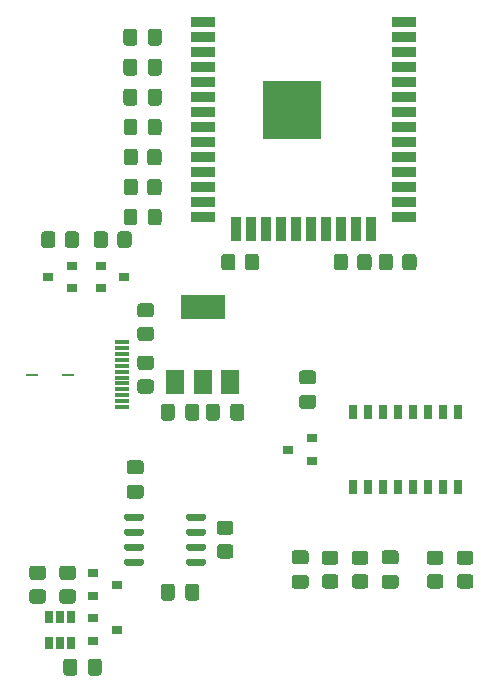
<source format=gbr>
%TF.GenerationSoftware,KiCad,Pcbnew,(5.1.10)-1*%
%TF.CreationDate,2021-12-14T17:34:47+01:00*%
%TF.ProjectId,SmartScale,536d6172-7453-4636-916c-652e6b696361,0.3*%
%TF.SameCoordinates,Original*%
%TF.FileFunction,Paste,Top*%
%TF.FilePolarity,Positive*%
%FSLAX46Y46*%
G04 Gerber Fmt 4.6, Leading zero omitted, Abs format (unit mm)*
G04 Created by KiCad (PCBNEW (5.1.10)-1) date 2021-12-14 17:34:47*
%MOMM*%
%LPD*%
G01*
G04 APERTURE LIST*
%ADD10R,1.000000X0.200000*%
%ADD11R,1.200000X0.300000*%
%ADD12R,0.900000X0.800000*%
%ADD13R,2.000000X0.900000*%
%ADD14R,0.900000X2.000000*%
%ADD15R,5.000000X5.000000*%
%ADD16R,0.800000X1.300000*%
%ADD17R,1.500000X2.000000*%
%ADD18R,3.800000X2.000000*%
%ADD19R,0.650000X1.060000*%
G04 APERTURE END LIST*
D10*
%TO.C,IC2*%
X140475000Y-121285000D03*
X143575000Y-121285000D03*
D11*
X148155000Y-124035000D03*
X148155000Y-123535000D03*
X148155000Y-123035000D03*
X148155000Y-122535000D03*
X148155000Y-122035000D03*
X148155000Y-121535000D03*
X148155000Y-121035000D03*
X148155000Y-120535000D03*
X148155000Y-120035000D03*
X148155000Y-119535000D03*
X148155000Y-119035000D03*
X148155000Y-118535000D03*
%TD*%
D12*
%TO.C,Q4*%
X147685000Y-142875000D03*
X145685000Y-143825000D03*
X145685000Y-141925000D03*
%TD*%
%TO.C,Q3*%
X147685000Y-139065000D03*
X145685000Y-140015000D03*
X145685000Y-138115000D03*
%TD*%
D13*
%TO.C,U1*%
X171980000Y-91415000D03*
X171980000Y-92685000D03*
X171980000Y-93955000D03*
X171980000Y-95225000D03*
X171980000Y-96495000D03*
X171980000Y-97765000D03*
X171980000Y-99035000D03*
X171980000Y-100305000D03*
X171980000Y-101575000D03*
X171980000Y-102845000D03*
X171980000Y-104115000D03*
X171980000Y-105385000D03*
X171980000Y-106655000D03*
X171980000Y-107925000D03*
D14*
X169195000Y-108925000D03*
X167925000Y-108925000D03*
X166655000Y-108925000D03*
X165385000Y-108925000D03*
X164115000Y-108925000D03*
X162845000Y-108925000D03*
X161575000Y-108925000D03*
X160305000Y-108925000D03*
X159035000Y-108925000D03*
X157765000Y-108925000D03*
D13*
X154980000Y-107925000D03*
X154980000Y-106655000D03*
X154980000Y-105385000D03*
X154980000Y-104115000D03*
X154980000Y-102845000D03*
X154980000Y-101575000D03*
X154980000Y-100305000D03*
X154980000Y-99035000D03*
X154980000Y-97765000D03*
X154980000Y-96495000D03*
X154980000Y-95225000D03*
X154980000Y-93955000D03*
X154980000Y-92685000D03*
X154980000Y-91415000D03*
D15*
X162480000Y-98915000D03*
%TD*%
%TO.C,U2*%
G36*
G01*
X149965000Y-137010000D02*
X149965000Y-137310000D01*
G75*
G02*
X149815000Y-137460000I-150000J0D01*
G01*
X148465000Y-137460000D01*
G75*
G02*
X148315000Y-137310000I0J150000D01*
G01*
X148315000Y-137010000D01*
G75*
G02*
X148465000Y-136860000I150000J0D01*
G01*
X149815000Y-136860000D01*
G75*
G02*
X149965000Y-137010000I0J-150000D01*
G01*
G37*
G36*
G01*
X149965000Y-135740000D02*
X149965000Y-136040000D01*
G75*
G02*
X149815000Y-136190000I-150000J0D01*
G01*
X148465000Y-136190000D01*
G75*
G02*
X148315000Y-136040000I0J150000D01*
G01*
X148315000Y-135740000D01*
G75*
G02*
X148465000Y-135590000I150000J0D01*
G01*
X149815000Y-135590000D01*
G75*
G02*
X149965000Y-135740000I0J-150000D01*
G01*
G37*
G36*
G01*
X149965000Y-134470000D02*
X149965000Y-134770000D01*
G75*
G02*
X149815000Y-134920000I-150000J0D01*
G01*
X148465000Y-134920000D01*
G75*
G02*
X148315000Y-134770000I0J150000D01*
G01*
X148315000Y-134470000D01*
G75*
G02*
X148465000Y-134320000I150000J0D01*
G01*
X149815000Y-134320000D01*
G75*
G02*
X149965000Y-134470000I0J-150000D01*
G01*
G37*
G36*
G01*
X149965000Y-133200000D02*
X149965000Y-133500000D01*
G75*
G02*
X149815000Y-133650000I-150000J0D01*
G01*
X148465000Y-133650000D01*
G75*
G02*
X148315000Y-133500000I0J150000D01*
G01*
X148315000Y-133200000D01*
G75*
G02*
X148465000Y-133050000I150000J0D01*
G01*
X149815000Y-133050000D01*
G75*
G02*
X149965000Y-133200000I0J-150000D01*
G01*
G37*
G36*
G01*
X155215000Y-133200000D02*
X155215000Y-133500000D01*
G75*
G02*
X155065000Y-133650000I-150000J0D01*
G01*
X153715000Y-133650000D01*
G75*
G02*
X153565000Y-133500000I0J150000D01*
G01*
X153565000Y-133200000D01*
G75*
G02*
X153715000Y-133050000I150000J0D01*
G01*
X155065000Y-133050000D01*
G75*
G02*
X155215000Y-133200000I0J-150000D01*
G01*
G37*
G36*
G01*
X155215000Y-134470000D02*
X155215000Y-134770000D01*
G75*
G02*
X155065000Y-134920000I-150000J0D01*
G01*
X153715000Y-134920000D01*
G75*
G02*
X153565000Y-134770000I0J150000D01*
G01*
X153565000Y-134470000D01*
G75*
G02*
X153715000Y-134320000I150000J0D01*
G01*
X155065000Y-134320000D01*
G75*
G02*
X155215000Y-134470000I0J-150000D01*
G01*
G37*
G36*
G01*
X155215000Y-135740000D02*
X155215000Y-136040000D01*
G75*
G02*
X155065000Y-136190000I-150000J0D01*
G01*
X153715000Y-136190000D01*
G75*
G02*
X153565000Y-136040000I0J150000D01*
G01*
X153565000Y-135740000D01*
G75*
G02*
X153715000Y-135590000I150000J0D01*
G01*
X155065000Y-135590000D01*
G75*
G02*
X155215000Y-135740000I0J-150000D01*
G01*
G37*
G36*
G01*
X155215000Y-137010000D02*
X155215000Y-137310000D01*
G75*
G02*
X155065000Y-137460000I-150000J0D01*
G01*
X153715000Y-137460000D01*
G75*
G02*
X153565000Y-137310000I0J150000D01*
G01*
X153565000Y-137010000D01*
G75*
G02*
X153715000Y-136860000I150000J0D01*
G01*
X155065000Y-136860000D01*
G75*
G02*
X155215000Y-137010000I0J-150000D01*
G01*
G37*
%TD*%
%TO.C,R7*%
G36*
G01*
X157295001Y-134855000D02*
X156394999Y-134855000D01*
G75*
G02*
X156145000Y-134605001I0J249999D01*
G01*
X156145000Y-133904999D01*
G75*
G02*
X156394999Y-133655000I249999J0D01*
G01*
X157295001Y-133655000D01*
G75*
G02*
X157545000Y-133904999I0J-249999D01*
G01*
X157545000Y-134605001D01*
G75*
G02*
X157295001Y-134855000I-249999J0D01*
G01*
G37*
G36*
G01*
X157295001Y-136855000D02*
X156394999Y-136855000D01*
G75*
G02*
X156145000Y-136605001I0J249999D01*
G01*
X156145000Y-135904999D01*
G75*
G02*
X156394999Y-135655000I249999J0D01*
G01*
X157295001Y-135655000D01*
G75*
G02*
X157545000Y-135904999I0J-249999D01*
G01*
X157545000Y-136605001D01*
G75*
G02*
X157295001Y-136855000I-249999J0D01*
G01*
G37*
%TD*%
%TO.C,R2*%
G36*
G01*
X144475000Y-109404999D02*
X144475000Y-110305001D01*
G75*
G02*
X144225001Y-110555000I-249999J0D01*
G01*
X143524999Y-110555000D01*
G75*
G02*
X143275000Y-110305001I0J249999D01*
G01*
X143275000Y-109404999D01*
G75*
G02*
X143524999Y-109155000I249999J0D01*
G01*
X144225001Y-109155000D01*
G75*
G02*
X144475000Y-109404999I0J-249999D01*
G01*
G37*
G36*
G01*
X142475000Y-109404999D02*
X142475000Y-110305001D01*
G75*
G02*
X142225001Y-110555000I-249999J0D01*
G01*
X141524999Y-110555000D01*
G75*
G02*
X141275000Y-110305001I0J249999D01*
G01*
X141275000Y-109404999D01*
G75*
G02*
X141524999Y-109155000I249999J0D01*
G01*
X142225001Y-109155000D01*
G75*
G02*
X142475000Y-109404999I0J-249999D01*
G01*
G37*
%TD*%
%TO.C,R1*%
G36*
G01*
X148920000Y-109404999D02*
X148920000Y-110305001D01*
G75*
G02*
X148670001Y-110555000I-249999J0D01*
G01*
X147969999Y-110555000D01*
G75*
G02*
X147720000Y-110305001I0J249999D01*
G01*
X147720000Y-109404999D01*
G75*
G02*
X147969999Y-109155000I249999J0D01*
G01*
X148670001Y-109155000D01*
G75*
G02*
X148920000Y-109404999I0J-249999D01*
G01*
G37*
G36*
G01*
X146920000Y-109404999D02*
X146920000Y-110305001D01*
G75*
G02*
X146670001Y-110555000I-249999J0D01*
G01*
X145969999Y-110555000D01*
G75*
G02*
X145720000Y-110305001I0J249999D01*
G01*
X145720000Y-109404999D01*
G75*
G02*
X145969999Y-109155000I249999J0D01*
G01*
X146670001Y-109155000D01*
G75*
G02*
X146920000Y-109404999I0J-249999D01*
G01*
G37*
%TD*%
%TO.C,C6*%
G36*
G01*
X148750000Y-130625000D02*
X149700000Y-130625000D01*
G75*
G02*
X149950000Y-130875000I0J-250000D01*
G01*
X149950000Y-131550000D01*
G75*
G02*
X149700000Y-131800000I-250000J0D01*
G01*
X148750000Y-131800000D01*
G75*
G02*
X148500000Y-131550000I0J250000D01*
G01*
X148500000Y-130875000D01*
G75*
G02*
X148750000Y-130625000I250000J0D01*
G01*
G37*
G36*
G01*
X148750000Y-128550000D02*
X149700000Y-128550000D01*
G75*
G02*
X149950000Y-128800000I0J-250000D01*
G01*
X149950000Y-129475000D01*
G75*
G02*
X149700000Y-129725000I-250000J0D01*
G01*
X148750000Y-129725000D01*
G75*
G02*
X148500000Y-129475000I0J250000D01*
G01*
X148500000Y-128800000D01*
G75*
G02*
X148750000Y-128550000I250000J0D01*
G01*
G37*
%TD*%
%TO.C,C5*%
G36*
G01*
X152585000Y-139225000D02*
X152585000Y-140175000D01*
G75*
G02*
X152335000Y-140425000I-250000J0D01*
G01*
X151660000Y-140425000D01*
G75*
G02*
X151410000Y-140175000I0J250000D01*
G01*
X151410000Y-139225000D01*
G75*
G02*
X151660000Y-138975000I250000J0D01*
G01*
X152335000Y-138975000D01*
G75*
G02*
X152585000Y-139225000I0J-250000D01*
G01*
G37*
G36*
G01*
X154660000Y-139225000D02*
X154660000Y-140175000D01*
G75*
G02*
X154410000Y-140425000I-250000J0D01*
G01*
X153735000Y-140425000D01*
G75*
G02*
X153485000Y-140175000I0J250000D01*
G01*
X153485000Y-139225000D01*
G75*
G02*
X153735000Y-138975000I250000J0D01*
G01*
X154410000Y-138975000D01*
G75*
G02*
X154660000Y-139225000I0J-250000D01*
G01*
G37*
%TD*%
D12*
%TO.C,Q2*%
X143875000Y-113980000D03*
X143875000Y-112080000D03*
X141875000Y-113030000D03*
%TD*%
%TO.C,Q1*%
X146320000Y-112080000D03*
X146320000Y-113980000D03*
X148320000Y-113030000D03*
%TD*%
%TO.C,C7*%
G36*
G01*
X149410000Y-107499999D02*
X149410000Y-108400001D01*
G75*
G02*
X149160001Y-108650000I-249999J0D01*
G01*
X148509999Y-108650000D01*
G75*
G02*
X148260000Y-108400001I0J249999D01*
G01*
X148260000Y-107499999D01*
G75*
G02*
X148509999Y-107250000I249999J0D01*
G01*
X149160001Y-107250000D01*
G75*
G02*
X149410000Y-107499999I0J-249999D01*
G01*
G37*
G36*
G01*
X151460000Y-107499999D02*
X151460000Y-108400001D01*
G75*
G02*
X151210001Y-108650000I-249999J0D01*
G01*
X150559999Y-108650000D01*
G75*
G02*
X150310000Y-108400001I0J249999D01*
G01*
X150310000Y-107499999D01*
G75*
G02*
X150559999Y-107250000I249999J0D01*
G01*
X151210001Y-107250000D01*
G75*
G02*
X151460000Y-107499999I0J-249999D01*
G01*
G37*
%TD*%
%TO.C,C4*%
G36*
G01*
X149410000Y-99879999D02*
X149410000Y-100780001D01*
G75*
G02*
X149160001Y-101030000I-249999J0D01*
G01*
X148509999Y-101030000D01*
G75*
G02*
X148260000Y-100780001I0J249999D01*
G01*
X148260000Y-99879999D01*
G75*
G02*
X148509999Y-99630000I249999J0D01*
G01*
X149160001Y-99630000D01*
G75*
G02*
X149410000Y-99879999I0J-249999D01*
G01*
G37*
G36*
G01*
X151460000Y-99879999D02*
X151460000Y-100780001D01*
G75*
G02*
X151210001Y-101030000I-249999J0D01*
G01*
X150559999Y-101030000D01*
G75*
G02*
X150310000Y-100780001I0J249999D01*
G01*
X150310000Y-99879999D01*
G75*
G02*
X150559999Y-99630000I249999J0D01*
G01*
X151210001Y-99630000D01*
G75*
G02*
X151460000Y-99879999I0J-249999D01*
G01*
G37*
%TD*%
%TO.C,R5*%
G36*
G01*
X150564001Y-116440000D02*
X149663999Y-116440000D01*
G75*
G02*
X149414000Y-116190001I0J249999D01*
G01*
X149414000Y-115489999D01*
G75*
G02*
X149663999Y-115240000I249999J0D01*
G01*
X150564001Y-115240000D01*
G75*
G02*
X150814000Y-115489999I0J-249999D01*
G01*
X150814000Y-116190001D01*
G75*
G02*
X150564001Y-116440000I-249999J0D01*
G01*
G37*
G36*
G01*
X150564001Y-118440000D02*
X149663999Y-118440000D01*
G75*
G02*
X149414000Y-118190001I0J249999D01*
G01*
X149414000Y-117489999D01*
G75*
G02*
X149663999Y-117240000I249999J0D01*
G01*
X150564001Y-117240000D01*
G75*
G02*
X150814000Y-117489999I0J-249999D01*
G01*
X150814000Y-118190001D01*
G75*
G02*
X150564001Y-118440000I-249999J0D01*
G01*
G37*
%TD*%
%TO.C,R4*%
G36*
G01*
X149663999Y-121685000D02*
X150564001Y-121685000D01*
G75*
G02*
X150814000Y-121934999I0J-249999D01*
G01*
X150814000Y-122635001D01*
G75*
G02*
X150564001Y-122885000I-249999J0D01*
G01*
X149663999Y-122885000D01*
G75*
G02*
X149414000Y-122635001I0J249999D01*
G01*
X149414000Y-121934999D01*
G75*
G02*
X149663999Y-121685000I249999J0D01*
G01*
G37*
G36*
G01*
X149663999Y-119685000D02*
X150564001Y-119685000D01*
G75*
G02*
X150814000Y-119934999I0J-249999D01*
G01*
X150814000Y-120635001D01*
G75*
G02*
X150564001Y-120885000I-249999J0D01*
G01*
X149663999Y-120885000D01*
G75*
G02*
X149414000Y-120635001I0J249999D01*
G01*
X149414000Y-119934999D01*
G75*
G02*
X149663999Y-119685000I249999J0D01*
G01*
G37*
%TD*%
%TO.C,R6*%
G36*
G01*
X157715000Y-111309999D02*
X157715000Y-112210001D01*
G75*
G02*
X157465001Y-112460000I-249999J0D01*
G01*
X156764999Y-112460000D01*
G75*
G02*
X156515000Y-112210001I0J249999D01*
G01*
X156515000Y-111309999D01*
G75*
G02*
X156764999Y-111060000I249999J0D01*
G01*
X157465001Y-111060000D01*
G75*
G02*
X157715000Y-111309999I0J-249999D01*
G01*
G37*
G36*
G01*
X159715000Y-111309999D02*
X159715000Y-112210001D01*
G75*
G02*
X159465001Y-112460000I-249999J0D01*
G01*
X158764999Y-112460000D01*
G75*
G02*
X158515000Y-112210001I0J249999D01*
G01*
X158515000Y-111309999D01*
G75*
G02*
X158764999Y-111060000I249999J0D01*
G01*
X159465001Y-111060000D01*
G75*
G02*
X159715000Y-111309999I0J-249999D01*
G01*
G37*
%TD*%
%TO.C,R14*%
G36*
G01*
X169240000Y-111309999D02*
X169240000Y-112210001D01*
G75*
G02*
X168990001Y-112460000I-249999J0D01*
G01*
X168289999Y-112460000D01*
G75*
G02*
X168040000Y-112210001I0J249999D01*
G01*
X168040000Y-111309999D01*
G75*
G02*
X168289999Y-111060000I249999J0D01*
G01*
X168990001Y-111060000D01*
G75*
G02*
X169240000Y-111309999I0J-249999D01*
G01*
G37*
G36*
G01*
X167240000Y-111309999D02*
X167240000Y-112210001D01*
G75*
G02*
X166990001Y-112460000I-249999J0D01*
G01*
X166289999Y-112460000D01*
G75*
G02*
X166040000Y-112210001I0J249999D01*
G01*
X166040000Y-111309999D01*
G75*
G02*
X166289999Y-111060000I249999J0D01*
G01*
X166990001Y-111060000D01*
G75*
G02*
X167240000Y-111309999I0J-249999D01*
G01*
G37*
%TD*%
%TO.C,R13*%
G36*
G01*
X171050000Y-111309999D02*
X171050000Y-112210001D01*
G75*
G02*
X170800001Y-112460000I-249999J0D01*
G01*
X170099999Y-112460000D01*
G75*
G02*
X169850000Y-112210001I0J249999D01*
G01*
X169850000Y-111309999D01*
G75*
G02*
X170099999Y-111060000I249999J0D01*
G01*
X170800001Y-111060000D01*
G75*
G02*
X171050000Y-111309999I0J-249999D01*
G01*
G37*
G36*
G01*
X173050000Y-111309999D02*
X173050000Y-112210001D01*
G75*
G02*
X172800001Y-112460000I-249999J0D01*
G01*
X172099999Y-112460000D01*
G75*
G02*
X171850000Y-112210001I0J249999D01*
G01*
X171850000Y-111309999D01*
G75*
G02*
X172099999Y-111060000I249999J0D01*
G01*
X172800001Y-111060000D01*
G75*
G02*
X173050000Y-111309999I0J-249999D01*
G01*
G37*
%TD*%
%TO.C,R12*%
G36*
G01*
X140519999Y-137465000D02*
X141420001Y-137465000D01*
G75*
G02*
X141670000Y-137714999I0J-249999D01*
G01*
X141670000Y-138415001D01*
G75*
G02*
X141420001Y-138665000I-249999J0D01*
G01*
X140519999Y-138665000D01*
G75*
G02*
X140270000Y-138415001I0J249999D01*
G01*
X140270000Y-137714999D01*
G75*
G02*
X140519999Y-137465000I249999J0D01*
G01*
G37*
G36*
G01*
X140519999Y-139465000D02*
X141420001Y-139465000D01*
G75*
G02*
X141670000Y-139714999I0J-249999D01*
G01*
X141670000Y-140415001D01*
G75*
G02*
X141420001Y-140665000I-249999J0D01*
G01*
X140519999Y-140665000D01*
G75*
G02*
X140270000Y-140415001I0J249999D01*
G01*
X140270000Y-139714999D01*
G75*
G02*
X140519999Y-139465000I249999J0D01*
G01*
G37*
%TD*%
%TO.C,R9*%
G36*
G01*
X143059999Y-137465000D02*
X143960001Y-137465000D01*
G75*
G02*
X144210000Y-137714999I0J-249999D01*
G01*
X144210000Y-138415001D01*
G75*
G02*
X143960001Y-138665000I-249999J0D01*
G01*
X143059999Y-138665000D01*
G75*
G02*
X142810000Y-138415001I0J249999D01*
G01*
X142810000Y-137714999D01*
G75*
G02*
X143059999Y-137465000I249999J0D01*
G01*
G37*
G36*
G01*
X143059999Y-139465000D02*
X143960001Y-139465000D01*
G75*
G02*
X144210000Y-139714999I0J-249999D01*
G01*
X144210000Y-140415001D01*
G75*
G02*
X143960001Y-140665000I-249999J0D01*
G01*
X143059999Y-140665000D01*
G75*
G02*
X142810000Y-140415001I0J249999D01*
G01*
X142810000Y-139714999D01*
G75*
G02*
X143059999Y-139465000I249999J0D01*
G01*
G37*
%TD*%
%TO.C,R8*%
G36*
G01*
X150260000Y-105860001D02*
X150260000Y-104959999D01*
G75*
G02*
X150509999Y-104710000I249999J0D01*
G01*
X151210001Y-104710000D01*
G75*
G02*
X151460000Y-104959999I0J-249999D01*
G01*
X151460000Y-105860001D01*
G75*
G02*
X151210001Y-106110000I-249999J0D01*
G01*
X150509999Y-106110000D01*
G75*
G02*
X150260000Y-105860001I0J249999D01*
G01*
G37*
G36*
G01*
X148260000Y-105860001D02*
X148260000Y-104959999D01*
G75*
G02*
X148509999Y-104710000I249999J0D01*
G01*
X149210001Y-104710000D01*
G75*
G02*
X149460000Y-104959999I0J-249999D01*
G01*
X149460000Y-105860001D01*
G75*
G02*
X149210001Y-106110000I-249999J0D01*
G01*
X148509999Y-106110000D01*
G75*
G02*
X148260000Y-105860001I0J249999D01*
G01*
G37*
%TD*%
%TO.C,R3*%
G36*
G01*
X150260000Y-103320001D02*
X150260000Y-102419999D01*
G75*
G02*
X150509999Y-102170000I249999J0D01*
G01*
X151210001Y-102170000D01*
G75*
G02*
X151460000Y-102419999I0J-249999D01*
G01*
X151460000Y-103320001D01*
G75*
G02*
X151210001Y-103570000I-249999J0D01*
G01*
X150509999Y-103570000D01*
G75*
G02*
X150260000Y-103320001I0J249999D01*
G01*
G37*
G36*
G01*
X148260000Y-103320001D02*
X148260000Y-102419999D01*
G75*
G02*
X148509999Y-102170000I249999J0D01*
G01*
X149210001Y-102170000D01*
G75*
G02*
X149460000Y-102419999I0J-249999D01*
G01*
X149460000Y-103320001D01*
G75*
G02*
X149210001Y-103570000I-249999J0D01*
G01*
X148509999Y-103570000D01*
G75*
G02*
X148260000Y-103320001I0J249999D01*
G01*
G37*
%TD*%
%TO.C,R16*%
G36*
G01*
X168725001Y-137395000D02*
X167824999Y-137395000D01*
G75*
G02*
X167575000Y-137145001I0J249999D01*
G01*
X167575000Y-136444999D01*
G75*
G02*
X167824999Y-136195000I249999J0D01*
G01*
X168725001Y-136195000D01*
G75*
G02*
X168975000Y-136444999I0J-249999D01*
G01*
X168975000Y-137145001D01*
G75*
G02*
X168725001Y-137395000I-249999J0D01*
G01*
G37*
G36*
G01*
X168725001Y-139395000D02*
X167824999Y-139395000D01*
G75*
G02*
X167575000Y-139145001I0J249999D01*
G01*
X167575000Y-138444999D01*
G75*
G02*
X167824999Y-138195000I249999J0D01*
G01*
X168725001Y-138195000D01*
G75*
G02*
X168975000Y-138444999I0J-249999D01*
G01*
X168975000Y-139145001D01*
G75*
G02*
X168725001Y-139395000I-249999J0D01*
G01*
G37*
%TD*%
%TO.C,R15*%
G36*
G01*
X166185001Y-137395000D02*
X165284999Y-137395000D01*
G75*
G02*
X165035000Y-137145001I0J249999D01*
G01*
X165035000Y-136444999D01*
G75*
G02*
X165284999Y-136195000I249999J0D01*
G01*
X166185001Y-136195000D01*
G75*
G02*
X166435000Y-136444999I0J-249999D01*
G01*
X166435000Y-137145001D01*
G75*
G02*
X166185001Y-137395000I-249999J0D01*
G01*
G37*
G36*
G01*
X166185001Y-139395000D02*
X165284999Y-139395000D01*
G75*
G02*
X165035000Y-139145001I0J249999D01*
G01*
X165035000Y-138444999D01*
G75*
G02*
X165284999Y-138195000I249999J0D01*
G01*
X166185001Y-138195000D01*
G75*
G02*
X166435000Y-138444999I0J-249999D01*
G01*
X166435000Y-139145001D01*
G75*
G02*
X166185001Y-139395000I-249999J0D01*
G01*
G37*
%TD*%
%TO.C,R11*%
G36*
G01*
X175075001Y-137395000D02*
X174174999Y-137395000D01*
G75*
G02*
X173925000Y-137145001I0J249999D01*
G01*
X173925000Y-136444999D01*
G75*
G02*
X174174999Y-136195000I249999J0D01*
G01*
X175075001Y-136195000D01*
G75*
G02*
X175325000Y-136444999I0J-249999D01*
G01*
X175325000Y-137145001D01*
G75*
G02*
X175075001Y-137395000I-249999J0D01*
G01*
G37*
G36*
G01*
X175075001Y-139395000D02*
X174174999Y-139395000D01*
G75*
G02*
X173925000Y-139145001I0J249999D01*
G01*
X173925000Y-138444999D01*
G75*
G02*
X174174999Y-138195000I249999J0D01*
G01*
X175075001Y-138195000D01*
G75*
G02*
X175325000Y-138444999I0J-249999D01*
G01*
X175325000Y-139145001D01*
G75*
G02*
X175075001Y-139395000I-249999J0D01*
G01*
G37*
%TD*%
%TO.C,R10*%
G36*
G01*
X177615001Y-137395000D02*
X176714999Y-137395000D01*
G75*
G02*
X176465000Y-137145001I0J249999D01*
G01*
X176465000Y-136444999D01*
G75*
G02*
X176714999Y-136195000I249999J0D01*
G01*
X177615001Y-136195000D01*
G75*
G02*
X177865000Y-136444999I0J-249999D01*
G01*
X177865000Y-137145001D01*
G75*
G02*
X177615001Y-137395000I-249999J0D01*
G01*
G37*
G36*
G01*
X177615001Y-139395000D02*
X176714999Y-139395000D01*
G75*
G02*
X176465000Y-139145001I0J249999D01*
G01*
X176465000Y-138444999D01*
G75*
G02*
X176714999Y-138195000I249999J0D01*
G01*
X177615001Y-138195000D01*
G75*
G02*
X177865000Y-138444999I0J-249999D01*
G01*
X177865000Y-139145001D01*
G75*
G02*
X177615001Y-139395000I-249999J0D01*
G01*
G37*
%TD*%
%TO.C,C3*%
G36*
G01*
X150310000Y-98265000D02*
X150310000Y-97315000D01*
G75*
G02*
X150560000Y-97065000I250000J0D01*
G01*
X151235000Y-97065000D01*
G75*
G02*
X151485000Y-97315000I0J-250000D01*
G01*
X151485000Y-98265000D01*
G75*
G02*
X151235000Y-98515000I-250000J0D01*
G01*
X150560000Y-98515000D01*
G75*
G02*
X150310000Y-98265000I0J250000D01*
G01*
G37*
G36*
G01*
X148235000Y-98265000D02*
X148235000Y-97315000D01*
G75*
G02*
X148485000Y-97065000I250000J0D01*
G01*
X149160000Y-97065000D01*
G75*
G02*
X149410000Y-97315000I0J-250000D01*
G01*
X149410000Y-98265000D01*
G75*
G02*
X149160000Y-98515000I-250000J0D01*
G01*
X148485000Y-98515000D01*
G75*
G02*
X148235000Y-98265000I0J250000D01*
G01*
G37*
%TD*%
%TO.C,C13*%
G36*
G01*
X156395000Y-123985000D02*
X156395000Y-124935000D01*
G75*
G02*
X156145000Y-125185000I-250000J0D01*
G01*
X155470000Y-125185000D01*
G75*
G02*
X155220000Y-124935000I0J250000D01*
G01*
X155220000Y-123985000D01*
G75*
G02*
X155470000Y-123735000I250000J0D01*
G01*
X156145000Y-123735000D01*
G75*
G02*
X156395000Y-123985000I0J-250000D01*
G01*
G37*
G36*
G01*
X158470000Y-123985000D02*
X158470000Y-124935000D01*
G75*
G02*
X158220000Y-125185000I-250000J0D01*
G01*
X157545000Y-125185000D01*
G75*
G02*
X157295000Y-124935000I0J250000D01*
G01*
X157295000Y-123985000D01*
G75*
G02*
X157545000Y-123735000I250000J0D01*
G01*
X158220000Y-123735000D01*
G75*
G02*
X158470000Y-123985000I0J-250000D01*
G01*
G37*
%TD*%
%TO.C,C2*%
G36*
G01*
X150310000Y-95725000D02*
X150310000Y-94775000D01*
G75*
G02*
X150560000Y-94525000I250000J0D01*
G01*
X151235000Y-94525000D01*
G75*
G02*
X151485000Y-94775000I0J-250000D01*
G01*
X151485000Y-95725000D01*
G75*
G02*
X151235000Y-95975000I-250000J0D01*
G01*
X150560000Y-95975000D01*
G75*
G02*
X150310000Y-95725000I0J250000D01*
G01*
G37*
G36*
G01*
X148235000Y-95725000D02*
X148235000Y-94775000D01*
G75*
G02*
X148485000Y-94525000I250000J0D01*
G01*
X149160000Y-94525000D01*
G75*
G02*
X149410000Y-94775000I0J-250000D01*
G01*
X149410000Y-95725000D01*
G75*
G02*
X149160000Y-95975000I-250000J0D01*
G01*
X148485000Y-95975000D01*
G75*
G02*
X148235000Y-95725000I0J250000D01*
G01*
G37*
%TD*%
%TO.C,C1*%
G36*
G01*
X150310000Y-93185000D02*
X150310000Y-92235000D01*
G75*
G02*
X150560000Y-91985000I250000J0D01*
G01*
X151235000Y-91985000D01*
G75*
G02*
X151485000Y-92235000I0J-250000D01*
G01*
X151485000Y-93185000D01*
G75*
G02*
X151235000Y-93435000I-250000J0D01*
G01*
X150560000Y-93435000D01*
G75*
G02*
X150310000Y-93185000I0J250000D01*
G01*
G37*
G36*
G01*
X148235000Y-93185000D02*
X148235000Y-92235000D01*
G75*
G02*
X148485000Y-91985000I250000J0D01*
G01*
X149160000Y-91985000D01*
G75*
G02*
X149410000Y-92235000I0J-250000D01*
G01*
X149410000Y-93185000D01*
G75*
G02*
X149160000Y-93435000I-250000J0D01*
G01*
X148485000Y-93435000D01*
G75*
G02*
X148235000Y-93185000I0J250000D01*
G01*
G37*
%TD*%
%TO.C,C12*%
G36*
G01*
X152585000Y-123985000D02*
X152585000Y-124935000D01*
G75*
G02*
X152335000Y-125185000I-250000J0D01*
G01*
X151660000Y-125185000D01*
G75*
G02*
X151410000Y-124935000I0J250000D01*
G01*
X151410000Y-123985000D01*
G75*
G02*
X151660000Y-123735000I250000J0D01*
G01*
X152335000Y-123735000D01*
G75*
G02*
X152585000Y-123985000I0J-250000D01*
G01*
G37*
G36*
G01*
X154660000Y-123985000D02*
X154660000Y-124935000D01*
G75*
G02*
X154410000Y-125185000I-250000J0D01*
G01*
X153735000Y-125185000D01*
G75*
G02*
X153485000Y-124935000I0J250000D01*
G01*
X153485000Y-123985000D01*
G75*
G02*
X153735000Y-123735000I250000J0D01*
G01*
X154410000Y-123735000D01*
G75*
G02*
X154660000Y-123985000I0J-250000D01*
G01*
G37*
%TD*%
%TO.C,C11*%
G36*
G01*
X164305000Y-122105000D02*
X163355000Y-122105000D01*
G75*
G02*
X163105000Y-121855000I0J250000D01*
G01*
X163105000Y-121180000D01*
G75*
G02*
X163355000Y-120930000I250000J0D01*
G01*
X164305000Y-120930000D01*
G75*
G02*
X164555000Y-121180000I0J-250000D01*
G01*
X164555000Y-121855000D01*
G75*
G02*
X164305000Y-122105000I-250000J0D01*
G01*
G37*
G36*
G01*
X164305000Y-124180000D02*
X163355000Y-124180000D01*
G75*
G02*
X163105000Y-123930000I0J250000D01*
G01*
X163105000Y-123255000D01*
G75*
G02*
X163355000Y-123005000I250000J0D01*
G01*
X164305000Y-123005000D01*
G75*
G02*
X164555000Y-123255000I0J-250000D01*
G01*
X164555000Y-123930000D01*
G75*
G02*
X164305000Y-124180000I-250000J0D01*
G01*
G37*
%TD*%
%TO.C,C10*%
G36*
G01*
X171290000Y-137345000D02*
X170340000Y-137345000D01*
G75*
G02*
X170090000Y-137095000I0J250000D01*
G01*
X170090000Y-136420000D01*
G75*
G02*
X170340000Y-136170000I250000J0D01*
G01*
X171290000Y-136170000D01*
G75*
G02*
X171540000Y-136420000I0J-250000D01*
G01*
X171540000Y-137095000D01*
G75*
G02*
X171290000Y-137345000I-250000J0D01*
G01*
G37*
G36*
G01*
X171290000Y-139420000D02*
X170340000Y-139420000D01*
G75*
G02*
X170090000Y-139170000I0J250000D01*
G01*
X170090000Y-138495000D01*
G75*
G02*
X170340000Y-138245000I250000J0D01*
G01*
X171290000Y-138245000D01*
G75*
G02*
X171540000Y-138495000I0J-250000D01*
G01*
X171540000Y-139170000D01*
G75*
G02*
X171290000Y-139420000I-250000J0D01*
G01*
G37*
%TD*%
%TO.C,C9*%
G36*
G01*
X162720000Y-138245000D02*
X163670000Y-138245000D01*
G75*
G02*
X163920000Y-138495000I0J-250000D01*
G01*
X163920000Y-139170000D01*
G75*
G02*
X163670000Y-139420000I-250000J0D01*
G01*
X162720000Y-139420000D01*
G75*
G02*
X162470000Y-139170000I0J250000D01*
G01*
X162470000Y-138495000D01*
G75*
G02*
X162720000Y-138245000I250000J0D01*
G01*
G37*
G36*
G01*
X162720000Y-136170000D02*
X163670000Y-136170000D01*
G75*
G02*
X163920000Y-136420000I0J-250000D01*
G01*
X163920000Y-137095000D01*
G75*
G02*
X163670000Y-137345000I-250000J0D01*
G01*
X162720000Y-137345000D01*
G75*
G02*
X162470000Y-137095000I0J250000D01*
G01*
X162470000Y-136420000D01*
G75*
G02*
X162720000Y-136170000I250000J0D01*
G01*
G37*
%TD*%
%TO.C,C8*%
G36*
G01*
X144330000Y-145575000D02*
X144330000Y-146525000D01*
G75*
G02*
X144080000Y-146775000I-250000J0D01*
G01*
X143405000Y-146775000D01*
G75*
G02*
X143155000Y-146525000I0J250000D01*
G01*
X143155000Y-145575000D01*
G75*
G02*
X143405000Y-145325000I250000J0D01*
G01*
X144080000Y-145325000D01*
G75*
G02*
X144330000Y-145575000I0J-250000D01*
G01*
G37*
G36*
G01*
X146405000Y-145575000D02*
X146405000Y-146525000D01*
G75*
G02*
X146155000Y-146775000I-250000J0D01*
G01*
X145480000Y-146775000D01*
G75*
G02*
X145230000Y-146525000I0J250000D01*
G01*
X145230000Y-145575000D01*
G75*
G02*
X145480000Y-145325000I250000J0D01*
G01*
X146155000Y-145325000D01*
G75*
G02*
X146405000Y-145575000I0J-250000D01*
G01*
G37*
%TD*%
D16*
%TO.C,IC1*%
X167635000Y-124485000D03*
X168915000Y-124485000D03*
X170175000Y-124485000D03*
X171445000Y-124485000D03*
X172725000Y-124485000D03*
X173995000Y-124485000D03*
X175255000Y-124485000D03*
X176535000Y-124485000D03*
X176535000Y-130785000D03*
X175255000Y-130785000D03*
X173995000Y-130785000D03*
X172725000Y-130785000D03*
X171445000Y-130785000D03*
X170175000Y-130785000D03*
X168915000Y-130785000D03*
X167635000Y-130785000D03*
%TD*%
D17*
%TO.C,U4*%
X152640000Y-121895000D03*
X157240000Y-121895000D03*
X154940000Y-121895000D03*
D18*
X154940000Y-115595000D03*
%TD*%
D19*
%TO.C,U3*%
X143825000Y-141775000D03*
X142875000Y-141775000D03*
X141925000Y-141775000D03*
X141925000Y-143975000D03*
X143825000Y-143975000D03*
X142875000Y-143975000D03*
%TD*%
D12*
%TO.C,Q5*%
X162195000Y-127635000D03*
X164195000Y-126685000D03*
X164195000Y-128585000D03*
%TD*%
M02*

</source>
